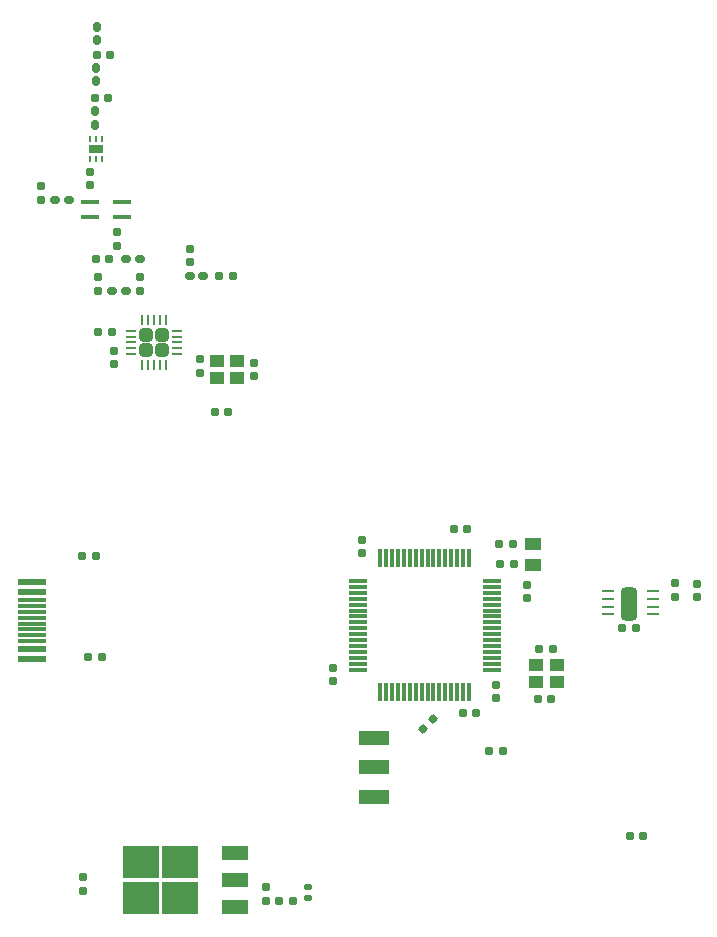
<source format=gbr>
%TF.GenerationSoftware,KiCad,Pcbnew,(6.0.6)*%
%TF.CreationDate,2023-03-24T13:47:12-05:00*%
%TF.ProjectId,DSAT_Telemetry_Board,44534154-5f54-4656-9c65-6d657472795f,rev?*%
%TF.SameCoordinates,Original*%
%TF.FileFunction,Paste,Top*%
%TF.FilePolarity,Positive*%
%FSLAX46Y46*%
G04 Gerber Fmt 4.6, Leading zero omitted, Abs format (unit mm)*
G04 Created by KiCad (PCBNEW (6.0.6)) date 2023-03-24 13:47:12*
%MOMM*%
%LPD*%
G01*
G04 APERTURE LIST*
G04 Aperture macros list*
%AMRoundRect*
0 Rectangle with rounded corners*
0 $1 Rounding radius*
0 $2 $3 $4 $5 $6 $7 $8 $9 X,Y pos of 4 corners*
0 Add a 4 corners polygon primitive as box body*
4,1,4,$2,$3,$4,$5,$6,$7,$8,$9,$2,$3,0*
0 Add four circle primitives for the rounded corners*
1,1,$1+$1,$2,$3*
1,1,$1+$1,$4,$5*
1,1,$1+$1,$6,$7*
1,1,$1+$1,$8,$9*
0 Add four rect primitives between the rounded corners*
20,1,$1+$1,$2,$3,$4,$5,0*
20,1,$1+$1,$4,$5,$6,$7,0*
20,1,$1+$1,$6,$7,$8,$9,0*
20,1,$1+$1,$8,$9,$2,$3,0*%
G04 Aperture macros list end*
%ADD10R,3.050000X2.750000*%
%ADD11R,2.200000X1.200000*%
%ADD12R,1.500000X0.400000*%
%ADD13RoundRect,0.155000X0.212500X0.155000X-0.212500X0.155000X-0.212500X-0.155000X0.212500X-0.155000X0*%
%ADD14RoundRect,0.155000X-0.212500X-0.155000X0.212500X-0.155000X0.212500X0.155000X-0.212500X0.155000X0*%
%ADD15RoundRect,0.155000X0.155000X-0.212500X0.155000X0.212500X-0.155000X0.212500X-0.155000X-0.212500X0*%
%ADD16RoundRect,0.160000X0.222500X0.160000X-0.222500X0.160000X-0.222500X-0.160000X0.222500X-0.160000X0*%
%ADD17RoundRect,0.075000X0.700000X0.075000X-0.700000X0.075000X-0.700000X-0.075000X0.700000X-0.075000X0*%
%ADD18RoundRect,0.075000X0.075000X0.700000X-0.075000X0.700000X-0.075000X-0.700000X0.075000X-0.700000X0*%
%ADD19RoundRect,0.160000X0.026517X0.252791X-0.252791X-0.026517X-0.026517X-0.252791X0.252791X0.026517X0*%
%ADD20RoundRect,0.160000X0.197500X0.160000X-0.197500X0.160000X-0.197500X-0.160000X0.197500X-0.160000X0*%
%ADD21R,2.450000X0.600000*%
%ADD22R,2.450000X0.300000*%
%ADD23RoundRect,0.160000X-0.160000X0.222500X-0.160000X-0.222500X0.160000X-0.222500X0.160000X0.222500X0*%
%ADD24RoundRect,0.050000X0.450000X0.050000X-0.450000X0.050000X-0.450000X-0.050000X0.450000X-0.050000X0*%
%ADD25RoundRect,0.350000X0.350000X1.050000X-0.350000X1.050000X-0.350000X-1.050000X0.350000X-1.050000X0*%
%ADD26RoundRect,0.250000X-0.315000X0.315000X-0.315000X-0.315000X0.315000X-0.315000X0.315000X0.315000X0*%
%ADD27RoundRect,0.062500X-0.062500X0.362500X-0.062500X-0.362500X0.062500X-0.362500X0.062500X0.362500X0*%
%ADD28RoundRect,0.062500X-0.362500X0.062500X-0.362500X-0.062500X0.362500X-0.062500X0.362500X0.062500X0*%
%ADD29RoundRect,0.155000X-0.155000X0.212500X-0.155000X-0.212500X0.155000X-0.212500X0.155000X0.212500X0*%
%ADD30R,1.470000X1.140000*%
%ADD31R,1.150000X1.000000*%
%ADD32R,0.250000X0.550000*%
%ADD33R,1.300000X0.800000*%
%ADD34RoundRect,0.160000X-0.222500X-0.160000X0.222500X-0.160000X0.222500X0.160000X-0.222500X0.160000X0*%
%ADD35R,2.500000X1.250000*%
%ADD36RoundRect,0.160000X-0.197500X-0.160000X0.197500X-0.160000X0.197500X0.160000X-0.197500X0.160000X0*%
%ADD37RoundRect,0.147500X0.172500X-0.147500X0.172500X0.147500X-0.172500X0.147500X-0.172500X-0.147500X0*%
G04 APERTURE END LIST*
D10*
%TO.C,U1*%
X164125000Y-136325000D03*
X164125000Y-133275000D03*
X167475000Y-136325000D03*
X167475000Y-133275000D03*
D11*
X172100000Y-137080000D03*
X172100000Y-134800000D03*
X172100000Y-132520000D03*
%TD*%
D12*
%TO.C,U7*%
X159855008Y-77321248D03*
X159855008Y-78621248D03*
X162515008Y-78621248D03*
X162515008Y-77321248D03*
%TD*%
D13*
%TO.C,C32*%
X161517502Y-64936248D03*
X160382502Y-64936248D03*
%TD*%
D14*
%TO.C,C18*%
X197750000Y-119442500D03*
X198885000Y-119442500D03*
%TD*%
D13*
%TO.C,C17*%
X192518707Y-120658000D03*
X191383707Y-120658000D03*
%TD*%
D15*
%TO.C,C28*%
X159785008Y-75921241D03*
X159785008Y-74786241D03*
%TD*%
D14*
%TO.C,C15*%
X197850000Y-115192500D03*
X198985000Y-115192500D03*
%TD*%
D15*
%TO.C,C27*%
X162067519Y-81071237D03*
X162067512Y-79936248D03*
%TD*%
D16*
%TO.C,L3*%
X162840012Y-84903748D03*
X161695012Y-84903748D03*
%TD*%
D17*
%TO.C,U5*%
X193825000Y-116950000D03*
X193825000Y-116450000D03*
X193825000Y-115950000D03*
X193825000Y-115450000D03*
X193825000Y-114950000D03*
X193825000Y-114450000D03*
X193825000Y-113950000D03*
X193825000Y-113450000D03*
X193825000Y-112950000D03*
X193825000Y-112450000D03*
X193825000Y-111950000D03*
X193825000Y-111450000D03*
X193825000Y-110950000D03*
X193825000Y-110450000D03*
X193825000Y-109950000D03*
X193825000Y-109450000D03*
D18*
X191900000Y-107525000D03*
X191400000Y-107525000D03*
X190900000Y-107525000D03*
X190400000Y-107525000D03*
X189900000Y-107525000D03*
X189400000Y-107525000D03*
X188900000Y-107525000D03*
X188400000Y-107525000D03*
X187900000Y-107525000D03*
X187400000Y-107525000D03*
X186900000Y-107525000D03*
X186400000Y-107525000D03*
X185900000Y-107525000D03*
X185400000Y-107525000D03*
X184900000Y-107525000D03*
X184400000Y-107525000D03*
D17*
X182475000Y-109450000D03*
X182475000Y-109950000D03*
X182475000Y-110450000D03*
X182475000Y-110950000D03*
X182475000Y-111450000D03*
X182475000Y-111950000D03*
X182475000Y-112450000D03*
X182475000Y-112950000D03*
X182475000Y-113450000D03*
X182475000Y-113950000D03*
X182475000Y-114450000D03*
X182475000Y-114950000D03*
X182475000Y-115450000D03*
X182475000Y-115950000D03*
X182475000Y-116450000D03*
X182475000Y-116950000D03*
D18*
X184400000Y-118875000D03*
X184900000Y-118875000D03*
X185400000Y-118875000D03*
X185900000Y-118875000D03*
X186400000Y-118875000D03*
X186900000Y-118875000D03*
X187400000Y-118875000D03*
X187900000Y-118875000D03*
X188400000Y-118875000D03*
X188900000Y-118875000D03*
X189400000Y-118875000D03*
X189900000Y-118875000D03*
X190400000Y-118875000D03*
X190900000Y-118875000D03*
X191400000Y-118875000D03*
X191900000Y-118875000D03*
%TD*%
D19*
%TO.C,R10*%
X188826496Y-121159504D03*
X187981504Y-122004496D03*
%TD*%
D20*
%TO.C,R11*%
X206048707Y-113408000D03*
X204853707Y-113408000D03*
%TD*%
D21*
%TO.C,USB1*%
X154871000Y-109573020D03*
X154871000Y-110348020D03*
D22*
X154871000Y-111048020D03*
X154871000Y-111548020D03*
X154871000Y-112048020D03*
X154871000Y-112548020D03*
X154871000Y-113048020D03*
X154871000Y-113548020D03*
X154871000Y-114048020D03*
X154871000Y-114548020D03*
D21*
X154871000Y-115248020D03*
X154871000Y-116023020D03*
%TD*%
D23*
%TO.C,L6*%
X160300002Y-66008748D03*
X160300002Y-67153748D03*
%TD*%
D24*
%TO.C,U8*%
X207499207Y-112273000D03*
X207499207Y-111623000D03*
X207499207Y-110973000D03*
X207499207Y-110323000D03*
X203689207Y-110323000D03*
X203689207Y-110973000D03*
X203689207Y-111623000D03*
X203689207Y-112273000D03*
D25*
X205451207Y-111358000D03*
%TD*%
D26*
%TO.C,U6*%
X164599994Y-88603759D03*
X165899994Y-88603759D03*
X164599994Y-89903759D03*
X165899994Y-89903759D03*
D27*
X166249994Y-87328759D03*
X165749994Y-87328759D03*
X165249994Y-87328759D03*
X164749994Y-87328759D03*
X164249994Y-87328759D03*
D28*
X163324994Y-88253759D03*
X163324994Y-88753759D03*
X163324994Y-89253759D03*
X163324994Y-89753759D03*
X163324994Y-90253759D03*
D27*
X164249994Y-91178759D03*
X164749994Y-91178759D03*
X165249994Y-91178759D03*
X165749994Y-91178759D03*
X166249994Y-91178759D03*
D28*
X167174994Y-90253759D03*
X167174994Y-89753759D03*
X167174994Y-89253759D03*
X167174994Y-88753759D03*
X167174994Y-88253759D03*
%TD*%
D29*
%TO.C,C16*%
X194201207Y-118258000D03*
X194201207Y-119393000D03*
%TD*%
%TO.C,C30*%
X211201207Y-109690500D03*
X211201207Y-110825500D03*
%TD*%
D13*
%TO.C,C33*%
X161367502Y-68513748D03*
X160232502Y-68513748D03*
%TD*%
D30*
%TO.C,FB1*%
X197294000Y-108120000D03*
X197294000Y-106340000D03*
%TD*%
D15*
%TO.C,C12*%
X182850000Y-107117500D03*
X182850000Y-105982500D03*
%TD*%
D31*
%TO.C,Y1*%
X199367500Y-116575000D03*
X197617500Y-116575000D03*
X197617500Y-117975000D03*
X199367500Y-117975000D03*
%TD*%
D15*
%TO.C,C34*%
X161844002Y-91097748D03*
X161844002Y-89962748D03*
%TD*%
D32*
%TO.C,IC1*%
X159800002Y-73686248D03*
X160300002Y-73686248D03*
X160800002Y-73686248D03*
X160800002Y-71986248D03*
X160300002Y-71986248D03*
X159800002Y-71986248D03*
D33*
X160300002Y-72836248D03*
%TD*%
D31*
%TO.C,Y2*%
X170539000Y-92245500D03*
X172289000Y-92245500D03*
X172289000Y-90845500D03*
X170539000Y-90845500D03*
%TD*%
D29*
%TO.C,C26*%
X173664000Y-90978000D03*
X173664000Y-92113000D03*
%TD*%
D13*
%TO.C,C9*%
X195611500Y-106330000D03*
X194476500Y-106330000D03*
%TD*%
D14*
%TO.C,C22*%
X170782502Y-83621248D03*
X171917502Y-83621248D03*
%TD*%
D29*
%TO.C,C25*%
X169164000Y-90678000D03*
X169164000Y-91813000D03*
%TD*%
D15*
%TO.C,C5*%
X174700000Y-136517500D03*
X174700000Y-135382500D03*
%TD*%
D14*
%TO.C,C20*%
X160300012Y-82221248D03*
X161435012Y-82221248D03*
%TD*%
D29*
%TO.C,C21*%
X168250002Y-81318748D03*
X168250002Y-82453748D03*
%TD*%
D34*
%TO.C,L2*%
X168277502Y-83621248D03*
X169422502Y-83621248D03*
%TD*%
D16*
%TO.C,L1*%
X164040012Y-82221248D03*
X162895012Y-82221248D03*
%TD*%
D23*
%TO.C,L7*%
X160250002Y-69691248D03*
X160250002Y-70836248D03*
%TD*%
D20*
%TO.C,R8*%
X177047500Y-136550000D03*
X175852500Y-136550000D03*
%TD*%
D14*
%TO.C,C2*%
X193615500Y-123825000D03*
X194750500Y-123825000D03*
%TD*%
D35*
%TO.C,SW2*%
X183901207Y-122708000D03*
X183901207Y-125208000D03*
X183901207Y-127708000D03*
%TD*%
D14*
%TO.C,C13*%
X205533707Y-131008000D03*
X206668707Y-131008000D03*
%TD*%
%TO.C,C14*%
X190633707Y-105058000D03*
X191768707Y-105058000D03*
%TD*%
D36*
%TO.C,R13*%
X159173508Y-107348019D03*
X160368508Y-107348019D03*
%TD*%
D14*
%TO.C,C35*%
X160526502Y-88380248D03*
X161661502Y-88380248D03*
%TD*%
%TO.C,C3*%
X170374500Y-95123000D03*
X171509500Y-95123000D03*
%TD*%
D15*
%TO.C,C29*%
X155700002Y-77153748D03*
X155700002Y-76018748D03*
%TD*%
%TO.C,C23*%
X164067512Y-84871248D03*
X164067512Y-83736248D03*
%TD*%
D29*
%TO.C,C31*%
X209351207Y-109640500D03*
X209351207Y-110775500D03*
%TD*%
D13*
%TO.C,C10*%
X195679000Y-107980000D03*
X194544000Y-107980000D03*
%TD*%
D15*
%TO.C,C19*%
X180351207Y-117925500D03*
X180351207Y-116790500D03*
%TD*%
D29*
%TO.C,C24*%
X160467512Y-83736248D03*
X160467512Y-84871248D03*
%TD*%
%TO.C,C11*%
X196851207Y-109790500D03*
X196851207Y-110925500D03*
%TD*%
D15*
%TO.C,C1*%
X159230000Y-135665000D03*
X159230000Y-134530000D03*
%TD*%
D20*
%TO.C,R12*%
X160868508Y-115848019D03*
X159673508Y-115848019D03*
%TD*%
D23*
%TO.C,L5*%
X160400002Y-62513748D03*
X160400002Y-63658748D03*
%TD*%
D34*
%TO.C,L4*%
X156862508Y-77221248D03*
X158007508Y-77221248D03*
%TD*%
D37*
%TO.C,D4*%
X178250000Y-136285000D03*
X178250000Y-135315000D03*
%TD*%
M02*

</source>
